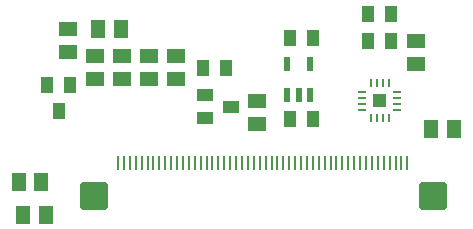
<source format=gbr>
G04 EAGLE Gerber RS-274X export*
G75*
%MOMM*%
%FSLAX34Y34*%
%LPD*%
%INSolderpaste Top*%
%IPPOS*%
%AMOC8*
5,1,8,0,0,1.08239X$1,22.5*%
G01*
%ADD10R,1.500000X1.300000*%
%ADD11R,1.000000X1.400000*%
%ADD12R,0.550000X1.200000*%
%ADD13R,1.100000X1.400000*%
%ADD14R,1.400000X1.000000*%
%ADD15R,0.275000X1.200000*%
%ADD16C,0.600000*%
%ADD17R,0.800000X0.280000*%
%ADD18R,0.280000X0.800000*%
%ADD19R,1.300000X1.500000*%

G36*
X416625Y393077D02*
X416625Y393077D01*
X416691Y393079D01*
X416734Y393097D01*
X416781Y393105D01*
X416838Y393139D01*
X416898Y393164D01*
X416933Y393195D01*
X416974Y393220D01*
X417016Y393271D01*
X417064Y393315D01*
X417086Y393357D01*
X417115Y393394D01*
X417136Y393456D01*
X417167Y393515D01*
X417175Y393569D01*
X417187Y393606D01*
X417186Y393646D01*
X417194Y393700D01*
X417194Y403860D01*
X417183Y403925D01*
X417181Y403991D01*
X417163Y404034D01*
X417155Y404081D01*
X417121Y404138D01*
X417096Y404198D01*
X417065Y404233D01*
X417040Y404274D01*
X416989Y404316D01*
X416945Y404364D01*
X416903Y404386D01*
X416866Y404415D01*
X416804Y404436D01*
X416745Y404467D01*
X416691Y404475D01*
X416654Y404487D01*
X416614Y404486D01*
X416560Y404494D01*
X406400Y404494D01*
X406335Y404483D01*
X406269Y404481D01*
X406226Y404463D01*
X406179Y404455D01*
X406122Y404421D01*
X406062Y404396D01*
X406027Y404365D01*
X405986Y404340D01*
X405945Y404289D01*
X405896Y404245D01*
X405874Y404203D01*
X405845Y404166D01*
X405824Y404104D01*
X405793Y404045D01*
X405785Y403991D01*
X405773Y403954D01*
X405773Y403943D01*
X405773Y403942D01*
X405774Y403912D01*
X405766Y403860D01*
X405766Y393700D01*
X405777Y393635D01*
X405779Y393569D01*
X405797Y393526D01*
X405805Y393479D01*
X405839Y393422D01*
X405864Y393362D01*
X405895Y393327D01*
X405920Y393286D01*
X405971Y393245D01*
X406015Y393196D01*
X406057Y393174D01*
X406094Y393145D01*
X406156Y393124D01*
X406215Y393093D01*
X406269Y393085D01*
X406306Y393073D01*
X406346Y393074D01*
X406400Y393066D01*
X416560Y393066D01*
X416625Y393077D01*
G37*
D10*
X170180Y436220D03*
X170180Y417220D03*
X193040Y436220D03*
X193040Y417220D03*
X215900Y436220D03*
X215900Y417220D03*
X238760Y436220D03*
X238760Y417220D03*
D11*
X139700Y390320D03*
X130200Y412320D03*
X149200Y412320D03*
D10*
X147320Y459080D03*
X147320Y440080D03*
D12*
X333400Y403560D03*
X342900Y403560D03*
X352400Y403560D03*
X352400Y429560D03*
X333400Y429560D03*
D13*
X401480Y449580D03*
X421480Y449580D03*
X281780Y426720D03*
X261780Y426720D03*
X401480Y472440D03*
X421480Y472440D03*
X335440Y452120D03*
X355440Y452120D03*
X355440Y383540D03*
X335440Y383540D03*
D14*
X285320Y393700D03*
X263320Y384200D03*
X263320Y403200D03*
D15*
X189920Y345680D03*
X194920Y345680D03*
X199920Y345680D03*
X204920Y345680D03*
X209920Y345680D03*
X214920Y345680D03*
X219920Y345680D03*
X224920Y345680D03*
X229920Y345680D03*
X234920Y345680D03*
X239920Y345680D03*
X244920Y345680D03*
X249920Y345680D03*
X254920Y345680D03*
X259920Y345680D03*
X264920Y345680D03*
X269920Y345680D03*
X274920Y345680D03*
X279920Y345680D03*
X284920Y345680D03*
X289920Y345680D03*
X294920Y345680D03*
X299920Y345680D03*
X304920Y345680D03*
X309920Y345680D03*
X314920Y345680D03*
X319920Y345680D03*
X324920Y345680D03*
X329920Y345680D03*
X334920Y345680D03*
X339920Y345680D03*
X344920Y345680D03*
X349920Y345680D03*
X354920Y345680D03*
X359920Y345680D03*
X364920Y345680D03*
X369920Y345680D03*
X374920Y345680D03*
X379920Y345680D03*
X384920Y345680D03*
X389920Y345680D03*
X394920Y345680D03*
X399920Y345680D03*
X404920Y345680D03*
X409920Y345680D03*
X414920Y345680D03*
X419920Y345680D03*
X424920Y345680D03*
X429920Y345680D03*
X434920Y345680D03*
D16*
X177920Y309680D02*
X159920Y309680D01*
X159920Y327680D01*
X177920Y327680D01*
X177920Y309680D01*
X177920Y315380D02*
X159920Y315380D01*
X159920Y321080D02*
X177920Y321080D01*
X177920Y326780D02*
X159920Y326780D01*
X446920Y309680D02*
X464920Y309680D01*
X446920Y309680D02*
X446920Y327680D01*
X464920Y327680D01*
X464920Y309680D01*
X464920Y315380D02*
X446920Y315380D01*
X446920Y321080D02*
X464920Y321080D01*
X464920Y326780D02*
X446920Y326780D01*
D10*
X307340Y379120D03*
X307340Y398120D03*
D17*
X426480Y391280D03*
X426480Y396280D03*
X426480Y401280D03*
X426480Y406280D03*
D18*
X418980Y413780D03*
X413980Y413780D03*
X408980Y413780D03*
X403980Y413780D03*
D17*
X396480Y406280D03*
X396480Y401280D03*
X396480Y396280D03*
X396480Y391280D03*
D18*
X403980Y383780D03*
X408980Y383780D03*
X413980Y383780D03*
X418980Y383780D03*
D10*
X441960Y429920D03*
X441960Y448920D03*
D19*
X173380Y459740D03*
X192380Y459740D03*
X474320Y374650D03*
X455320Y374650D03*
X109880Y302260D03*
X128880Y302260D03*
X106070Y330200D03*
X125070Y330200D03*
M02*

</source>
